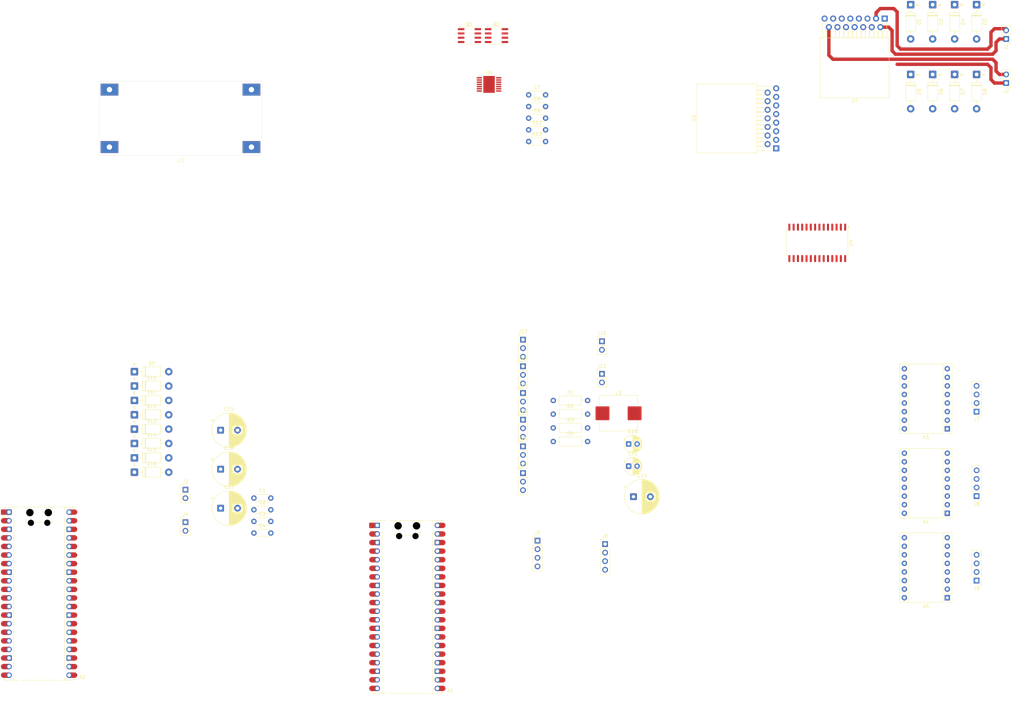
<source format=kicad_pcb>
(kicad_pcb (version 20241229) (generator "pcbnew") (generator_version "9.0")
  (layers (0 "F.Cu" signal) (2 "B.Cu" signal) (13 "F.Paste" user) (15 "B.Paste" user) (5 "F.SilkS" user "F.Silkscreen") (7 "B.SilkS" user "B.Silkscreen") (1 "F.Mask" user) (3 "B.Mask" user) (25 "Edge.Cuts" user))
  (net 0 "")
  (net 3 "I2C 0 SCL")
  (net 4 "Motor 2 Activation Pin")
  (net 5 "GNDPWR")
  (net 7 "Servo 3 PWM")
  (net 10 "Servo 2 PWM")
  (net 13 "+5VL")
  (net 16 "Servo 4 PWM")
  (net 18 "Servo 5 PWM")
  (net 20 "Motor 1 Activation Pin")
  (net 23 "Servo 1 PWM")
  (net 24 "Servo 6 PWM")
  (net 28 "Motor 3 Activation Pin")
  (net 30 "I2C 0 SDA")
  (net 33 "Motor 4 Activation Pin")
  (net 45 "I2C 1 SCL")
  (net 53 "I2C 1 SDA")
  (net 68 "Net-(A3-1A)")
  (net 69 "Net-(A3-1B)")
  (net 70 "Stepper 0 Sleep")
  (net 71 "Net-(A3-2A)")
  (net 72 "Steppers Dir")
  (net 73 "Stepper 0 Step")
  (net 74 "+12V")
  (net 75 "Net-(A3-2B)")
  (net 78 "Net-(A4-1B)")
  (net 80 "Stepper 1 Sleep")
  (net 81 "Net-(A4-2A)")
  (net 82 "Net-(A4-1A)")
  (net 85 "Net-(A4-2B)")
  (net 86 "Stepper 1 Step")
  (net 89 "Stepper 2 Sleep")
  (net 90 "Net-(A5-1B)")
  (net 91 "Net-(A5-1A)")
  (net 92 "Net-(A5-2A)")
  (net 93 "Stepper 2 Step")
  (net 96 "Net-(A5-2B)")
  (net 97 "Net-(U6-SW)")
  (net 98 "Net-(U6-BST)")
  (net 99 "Net-(U6-VCC)")
  (net 100 "Net-(U6-SS)")
  (net 101 "Net-(U6-FB)")
  (net 102 "+5VP")
  (net 103 "Net-(C14-Pad2)")
  (net 104 "Net-(D1-A)")
  (net 105 "Net-(D2-A)")
  (net 106 "Net-(D3-A)")
  (net 107 "Net-(D4-A)")
  (net 108 "Net-(D13-K)")
  (net 109 "Net-(D10-A)")
  (net 110 "Net-(D11-A)")
  (net 111 "Net-(D12-A)")
  (net 112 "Net-(J10-Pin_2)")
  (net 113 "Net-(Q1-G)")
  (net 114 "Net-(Q2-G)")
  (net 115 "Net-(U6-ILIM)")
  (net 116 "Net-(U6-RON)")
  (net 117 "Motor 1 Direction Pin 2")
  (net 118 "Motor 1 Direction Pin 1")
  (net 119 "Motor 2 Direction Pin 2")
  (net 120 "Motor 2 Direction Pin 1")
  (net 121 "Motor 4 Direction Pin 2")
  (net 122 "Motor 3 Direction Pin 1")
  (net 123 "Motor 3 Direction Pin 2")
  (net 124 "Motor 4 Direction Pin 1")
  (footprint "Connector_PinHeader_2.54mm:PinHeader_1x02_P2.54mm_Vertical" (layer "F.Cu") (at 145.980354 171.9)
    (property "Reference" "J3")
    (property "Value" "Motor 2 Conn")
  )
  (footprint "Inductor_SMD:L_APV_APH1040" (layer "F.Cu") (at 274.085354 149.305)
    (property "Reference" "L2")
    (property "Value" "1.8uH")
  )
  (footprint "Capacitor_THT:C_Disc_D4.3mm_W1.9mm_P5.00mm" (layer "F.Cu") (at 247.5 58.5)
    (property "Reference" "C8")
    (property "Value" "2.2uF")
  )
  (footprint "Module:Pololu_Breakout-16_15.2x20.3mm" (layer "F.Cu") (at 371.34 153.89 180)
    (property "Reference" "A3")
    (property "Value" "Pololu_Breakout_A4988")
  )
  (footprint "Package_SO:SOIC-8_3.9x4.9mm_P1.27mm" (layer "F.Cu") (at 238 37.5)
    (property "Reference" "Q2")
    (property "Value" "IRF8714PBF")
  )
  (footprint "Resistor_THT:R_Axial_DIN0207_L6.3mm_D2.5mm_P10.16mm_Horizontal" (layer "F.Cu") (at 254.775354 149.56)
    (property "Reference" "R2")
    (property "Value" "82.5kΩ")
  )
  (footprint "Diode_THT:D_DO-41_SOD81_P10.16mm_Horizontal" (layer "F.Cu") (at 380 28.34 -90)
    (property "Reference" "D3")
    (property "Value" "1N4007")
  )
  (footprint "Connector_PinHeader_2.54mm:PinHeader_1x03_P2.54mm_Vertical" (layer "F.Cu") (at 245.825354 127.49)
    (property "Reference" "J12")
    (property "Value" "Servo 4 Conn")
  )
  (footprint "Diode_THT:D_DO-41_SOD81_P10.16mm_Horizontal" (layer "F.Cu") (at 360.5 49 -90)
    (property "Reference" "D5")
    (property "Value" "1N4007")
  )
  (footprint "Connector_PinHeader_2.54mm:PinHeader_1x04_P2.54mm_Vertical" (layer "F.Cu") (at 380 198.81 180)
    (property "Reference" "J9")
    (property "Value" "Stepper 2 Conn")
  )
  (footprint "Diode_THT:D_DO-41_SOD81_P10.16mm_Horizontal" (layer "F.Cu") (at 130.885354 162.49)
    (property "Reference" "D15")
    (property "Value" "1N4007")
  )
  (footprint "Connector_PinHeader_2.54mm:PinHeader_1x04_P2.54mm_Vertical" (layer "F.Cu") (at 270.12 188)
    (property "Reference" "J6")
    (property "Value" "I2C 1 Conn")
  )
  (footprint "Module:RaspberryPi_Pico_Common_Unspecified" (layer "F.Cu") (at 102.69 202.69)
    (property "Reference" "A2")
    (property "Value" "RaspberryPi_Pico_W")
  )
  (footprint "Connector_PinHeader_2.54mm:PinHeader_1x03_P2.54mm_Vertical" (layer "F.Cu") (at 245.825354 135.39)
    (property "Reference" "J13")
    (property "Value" "Servo 1 Conn")
  )
  (footprint "Capacitor_THT:C_Disc_D4.3mm_W1.9mm_P5.00mm" (layer "F.Cu") (at 247.5 68.85)
    (property "Reference" "C13")
    (property "Value" "120pF")
  )
  (footprint "Package_SO:HTSSOP-14-1EP_4.4x5mm_P0.65mm_EP3.4x5mm_Mask3x3.1mm" (layer "F.Cu") (at 235.78 51.945)
    (property "Reference" "U6")
    (property "Value" "LM3150MH")
  )
  (footprint "Module:Pololu_Breakout-16_15.2x20.3mm" (layer "F.Cu") (at 371.34 178.89 180)
    (property "Reference" "A4")
    (property "Value" "Pololu_Breakout_A4988")
  )
  (footprint "Connector_PinHeader_2.54mm:PinHeader_1x03_P2.54mm_Vertical" (layer "F.Cu") (at 245.825354 143.29)
    (property "Reference" "J14")
    (property "Value" "Servo 2 Conn")
  )
  (footprint "Connector_PinHeader_2.54mm:PinHeader_1x02_P2.54mm_Vertical" (layer "F.Cu") (at 388.75 51.54 180)
    (property "Reference" "J2")
    (property "Value" "Motor 1 Conn")
  )
  (footprint "Connector_PinHeader_2.54mm:PinHeader_1x02_P2.54mm_Vertical" (layer "F.Cu") (at 388.75 38.5 180)
    (property "Reference" "J1")
    (property "Value" "Motor 0 Conn")
  )
  (footprint "Capacitor_THT:C_Disc_D4.3mm_W1.9mm_P5.00mm" (layer "F.Cu") (at 166.235354 177.85)
    (property "Reference" "C2")
    (property "Value" "100nF")
  )
  (footprint "Diode_THT:D_DO-41_SOD81_P10.16mm_Horizontal" (layer "F.Cu") (at 380 49 -90)
    (property "Reference" "D8")
    (property "Value" "1N4007")
  )
  (footprint "Capacitor_THT:CP_Radial_D10.0mm_P5.00mm" (layer "F.Cu") (at 156.39 177.4)
    (property "Reference" "C17")
    (property "Value" "100uF")
  )
  (footprint "Capacitor_THT:CP_Radial_D10.0mm_P5.00mm" (layer "F.Cu") (at 156.39 165.85)
    (property "Reference" "C16")
    (property "Value" "100uF")
  )
  (footprint "Diode_THT:D_DO-41_SOD81_P10.16mm_Horizontal" (layer "F.Cu") (at 130.885354 149.74)
    (property "Reference" "D12")
    (property "Value" "1N4007")
  )
  (footprint "Diode_THT:D_DO-41_SOD81_P10.16mm_Horizontal" (layer "F.Cu") (at 373.5 49 -90)
    (property "Reference" "D7")
    (property "Value" "1N4007")
  )
  (footprint "Diode_THT:D_DO-41_SOD81_P10.16mm_Horizontal" (layer "F.Cu") (at 367 28.34 -90)
    (property "Reference" "D2")
    (property "Value" "1N4007")
  )
  (footprint "Package_SO:SOIC-8_3.9x4.9mm_P1.27mm" (layer "F.Cu") (at 230 37.5)
    (property "Reference" "Q1")
    (property "Value" "IRF8714PBF")
  )
  (footprint "Capacitor_THT:CP_Radial_D10.0mm_P5.00mm" (layer "F.Cu") (at 156.39 154.3)
    (property "Reference" "C15")
    (property "Value" "100uF")
  )
  (footprint "Connector_PinHeader_2.54mm:PinHeader_1x03_P2.54mm_Vertical" (layer "F.Cu") (at 245.825354 159.09)
    (property "Reference" "J16")
    (property "Value" "Servo 5 Conn")
  )
  (footprint "Capacitor_THT:CP_Radial_D5.0mm_P2.50mm" (layer "F.Cu") (at 277.075129 164.95)
    (property "Reference" "C11")
    (property "Value" "10uF")
  )
  (footprint "Capacitor_THT:C_Disc_D4.3mm_W1.9mm_P5.00mm" (layer "F.Cu") (at 166.235354 181.3)
    (property "Reference" "C3")
    (property "Value" "100nF")
  )
  (footprint "Module:RaspberryPi_Pico_Common_Unspecified" (layer "F.Cu") (at 211.61 206.61)
    (property "Reference" "A1")
    (property "Value" "RaspberryPi_Pico")
  )
  (footprint "Diode_THT:D_DO-41_SOD81_P10.16mm_Horizontal" (layer "F.Cu") (at 130.885354 141.24)
    (property "Reference" "D10")
    (property "Value" "1N4007")
  )
  (footprint "Connector_PinHeader_2.54mm:PinHeader_1x03_P2.54mm_Vertical" (layer "F.Cu") (at 245.825354 151.19)
    (property "Reference" "J15")
    (property "Value" "Servo 3 Conn")
  )
  (footprint "Connector_PinHeader_2.54mm:PinHeader_1x02_P2.54mm_Vertical" (layer "F.Cu") (at 269.170354 137.64)
    (property "Reference" "J11")
    (property "Value" "BAU")
  )
  (footprint "LM2596S-Module:LM2596S-Module" (layer "F.Cu") (at 144.5 62)
    (property "Reference" "U3")
    (property "Value" "~")
    (fp_rect (start -24 -11) (end 24 11) (stroke (width 0.05)) (fill no) (layer "Edge.Cuts"))
  )
  (footprint "Diode_THT:D_DO-41_SOD81_P10.16mm_Horizontal" (layer "F.Cu") (at 130.885354 166.74)
    (property "Reference" "D16")
    (property "Value" "1N4007")
  )
  (footprint "Capacitor_THT:C_Disc_D4.3mm_W1.9mm_P5.00mm" (layer "F.Cu") (at 247.5 65.4)
    (property "Reference" "C12")
    (property "Value" "100nF")
  )
  (footprint "Capacitor_THT:C_Disc_D4.3mm_W1.9mm_P5.00mm" (layer "F.Cu") (at 166.235354 174.4)
    (property "Reference" "C1")
    (property "Value" "100nF")
  )
  (footprint "Package_SO:SOIC-28W_7.5x17.9mm_P1.27mm" (layer "F.Cu") (at 332.865 98.85 -90)
    (property "Reference" "U4")
    (property "Value" "MCP23017_SO")
  )
  (footprint "Diode_THT:D_DO-41_SOD81_P10.16mm_Horizontal" (layer "F.Cu") (at 373.5 28.34 -90)
    (property "Reference" "D4")
    (property "Value" "1N4007")
  )
  (footprint "Module:Pololu_Breakout-16_15.2x20.3mm" (layer "F.Cu") (at 371.34 203.89 180)
    (property "Reference" "A5")
    (property "Value" "Pololu_Breakout_A4988")
  )
  (footprint "Connector_PinHeader_2.54mm:PinHeader_1x03_P2.54mm_Vertical" (layer "F.Cu") (at 245.825354 166.99)
    (property "Reference" "J17")
    (property "Value" "Servo 6 Conn")
  )
  (footprint "Capacitor_THT:C_Disc_D4.3mm_W1.9mm_P5.00mm" (layer "F.Cu") (at 247.5 55.05)
    (property "Reference" "C7")
    (property "Value" "470nF")
  )
  (footprint "Diode_THT:D_DO-41_SOD81_P10.16mm_Horizontal" (layer "F.Cu") (at 360.5 28.34 -90)
    (property "Reference" "D1")
    (property "Value" "1N4007")
  )
  (footprint "Diode_THT:D_DO-41_SOD81_P10.16mm_Horizontal" (layer "F.Cu") (at 130.885354 136.99)
    (property "Reference" "D9")
    (property "Value" "1N4007")
  )
  (footprint "Resistor_THT:R_Axial_DIN0207_L6.3mm_D2.5mm_P10.16mm_Horizontal" (layer "F.Cu") (at 254.775354 157.66)
    (property "Reference" "R4")
    (property "Value" "10kΩ")
  )
  (footprint "Capacitor_THT:CP_Radial_D10.0mm_P5.00mm" (layer "F.Cu") (at 278.5 174)
    (property "Reference" "C14")
    (property "Value" "120uF")
  )
  (footprint "Package_TO_SOT_THT:TO-220-15_P2.54x2.54mm_StaggerOdd_Lead5.84mm_TabDown" (layer "F.Cu") (at 352.81 32.46 180)
    (property "Reference" "U1")
    (property "Value" "L298HN")
  )
  (footprint "Capacitor_THT:C_Disc_D4.3mm_W1.9mm_P5.00mm" (layer "F.Cu") (at 166.235354 184.75)
    (property "Reference" "C4")
    (property "Value" "100nF")
  )
  (footprint "Resistor_THT:R_Axial_DIN0207_L6.3mm_D2.5mm_P10.16mm_Horizontal" (layer "F.Cu") (at 254.775354 153.61)
    (property "Reference" "R3")
    (property "Value" "73.2kΩ")
  )
  (footprint "Capacitor_THT:C_Disc_D4.3mm_W1.9mm_P5.00mm" (layer "F.Cu") (at 247.5 61.95)
    (property "Reference" "C9")
    (property "Value" "15nF")
  )
  (footprint "Connector_PinHeader_2.54mm:PinHeader_1x04_P2.54mm_Vertical" (layer "F.Cu") (at 250.12 187)
    (property "Reference" "J5")
    (property "Value" "I2C 0 Conn")
  )
  (footprint "Diode_THT:D_DO-41_SOD81_P10.16mm_Horizontal" (layer "F.Cu") (at 130.885354 145.49)
    (property "Reference" "D11")
    (property "Value" "1N4007")
  )
  (footprint "Package_TO_SOT_THT:TO-220-15_P2.54x2.54mm_StaggerOdd_Lead5.84mm_TabDown" (layer "F.Cu") (at 320.72 70.89 90)
    (property "Reference" "U2")
    (property "Value" "L298HN")
  )
  (footprint "Diode_THT:D_DO-41_SOD81_P10.16mm_Horizontal" (layer "F.Cu") (at 367 49 -90)
    (property "Reference" "D6")
    (property "Value" "1N4007")
  )
  (footprint "Connector_PinHeader_2.54mm:PinHeader_1x04_P2.54mm_Vertical" (layer "F.Cu") (at 380 173.81 180)
    (property "Reference" "J8")
    (property "Value" "Stepper 1 Conn")
  )
  (footprint "Diode_THT:D_DO-41_SOD81_P10.16mm_Horizontal" (layer "F.Cu") (at 130.885354 158.24)
    (property "Reference" "D14")
    (property "Value" "1N4007")
  )
  (footprint "Connector_PinHeader_2.54mm:PinHeader_1x02_P2.54mm_Vertical" (layer "F.Cu") (at 145.980354 181.55)
    (property "Reference" "J4")
    (property "Value" "Motor 3 Conn")
  )
  (footprint "Connector_PinHeader_2.54mm:PinHeader_1x04_P2.54mm_Vertical" (layer "F.Cu") (at 380 148.81 180)
    (property "Reference" "J7")
    (property "Value" "Stepper 0 Conn")
  )
  (footprint "Capacitor_THT:CP_Radial_D5.0mm_P2.50mm" (layer "F.Cu") (at 277.075129 158.4)
    (property "Reference" "C10")
    (property "Value" "10uF")
  )
  (footprint "Diode_THT:D_DO-41_SOD81_P10.16mm_Horizontal" (layer "F.Cu") (at 130.885354 153.99)
    (property "Reference" "D13")
    (property "Value" "1N4007")
  )
  (footprint "Resistor_THT:R_Axial_DIN0207_L6.3mm_D2.5mm_P10.16mm_Horizontal" (layer "F.Cu") (at 254.775354 145.51)
    (property "Reference" "R1")
    (property "Value" "665Ω")
  )
  (footprint "Connector_PinHeader_2.54mm:PinHeader_1x02_P2.54mm_Vertical" (layer "F.Cu") (at 269.170354 127.99)
    (property "Reference" "J10")
    (property "Value" "12V Battery")
  )
  (segment (start 384.75 44.5) (end 337.5 44.5) (width 1) (layer "F.Cu") (net 104))
  (segment (start 337.5 44.5) (end 336.3 43.3) (width 1) (layer "F.Cu") (net 104))
  (segment (start 336.3 43.3) (end 336.3 35) (width 1) (layer "F.Cu") (net 104))
  (segment (start 386.75 49) (end 385.75 48) (width 1) (layer "F.Cu") (net 104))
  (segment (start 385.75 48) (end 385.75 45.5) (width 1) (layer "F.Cu") (net 104))
  (segment (start 385.75 45.5) (end 384.75 44.5) (width 1) (layer "F.Cu") (net 104))
  (segment (start 388.75 49) (end 386.75 49) (width 1) (layer "F.Cu") (net 104))
  (segment (start 384.25 47) (end 383.25 46) (width 1) (layer "F.Cu") (net 105))
  (segment (start 388.75 51.54) (end 385.25 51.54) (width 1) (layer "F.Cu") (net 105))
  (segment (start 385.25 51.54) (end 385.25 51.5) (width 1) (layer "F.Cu") (net 105))
  (segment (start 384.25 50.5) (end 384.25 47) (width 1) (layer "F.Cu") (net 105))
  (segment (start 383.25 46) (end 356.5 46) (width 1) (layer "F.Cu") (net 105))
  (segment (start 385.25 51.5) (end 384.25 50.5) (width 1) (layer "F.Cu") (net 105))
  (segment (start 355.5 29.5) (end 351.5 29.5) (width 1) (layer "F.Cu") (net 106))
  (segment (start 384.25 40.5) (end 383.25 41.5) (width 1) (layer "F.Cu") (net 106))
  (segment (start 356.5 30.5) (end 355.5 29.5) (width 1) (layer "F.Cu") (net 106))
  (segment (start 356.5 40.5) (end 356.5 30.5) (width 1) (layer "F.Cu") (net 106))
  (segment (start 357.5 41.5) (end 356.5 40.5) (width 1) (layer "F.Cu") (net 106))
  (segment (start 350.27 30.73) (end 350.27 32.46) (width 1) (layer "F.Cu") (net 106))
  (segment (start 385.29 35.46) (end 384.25 36.5) (width 1) (layer "F.Cu") (net 106))
  (segment (start 388.75 35.46) (end 385.29 35.46) (width 1) (layer "F.Cu") (net 106))
  (segment (start 384.25 36.5) (end 384.25 40.5) (width 1) (layer "F.Cu") (net 106))
  (segment (start 351.5 29.5) (end 350.27 30.73) (width 1) (layer "F.Cu") (net 106))
  (segment (start 383.25 41.5) (end 357.5 41.5) (width 1) (layer "F.Cu") (net 106))
  (segment (start 384.75 43) (end 356 43) (width 1) (layer "F.Cu") (net 107))
  (segment (start 386.75 38.5) (end 385.75 39.5) (width 1) (layer "F.Cu") (net 107))
  (segment (start 354 35) (end 351.54 35) (width 1) (layer "F.Cu") (net 107))
  (segment (start 388.75 38.5) (end 386.75 38.5) (width 1) (layer "F.Cu") (net 107))
  (segment (start 385.75 42) (end 384.75 43) (width 1) (layer "F.Cu") (net 107))
  (segment (start 385.75 39.5) (end 385.75 42) (width 1) (layer "F.Cu") (net 107))
  (segment (start 355 36) (end 354 35) (width 1) (layer "F.Cu") (net 107))
  (segment (start 356 43) (end 355 42) (width 1) (layer "F.Cu") (net 107))
  (segment (start 355 42) (end 355 36) (width 1) (layer "F.Cu") (net 107))
)
</source>
